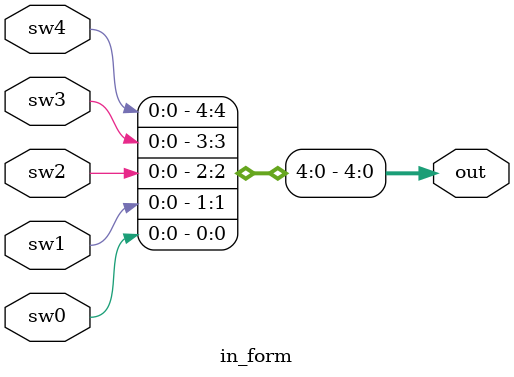
<source format=v>
module in_form(sw0,sw1,sw2,sw3,sw4,out);

	input sw0,sw1,sw2,sw3,sw4;
	output [31:0] out;

	assign out[4] = sw4;
	assign out[3] = sw3;
	assign out[2] = sw2;
	assign out[1] = sw1;
	assign out[0] = sw0;
endmodule
</source>
